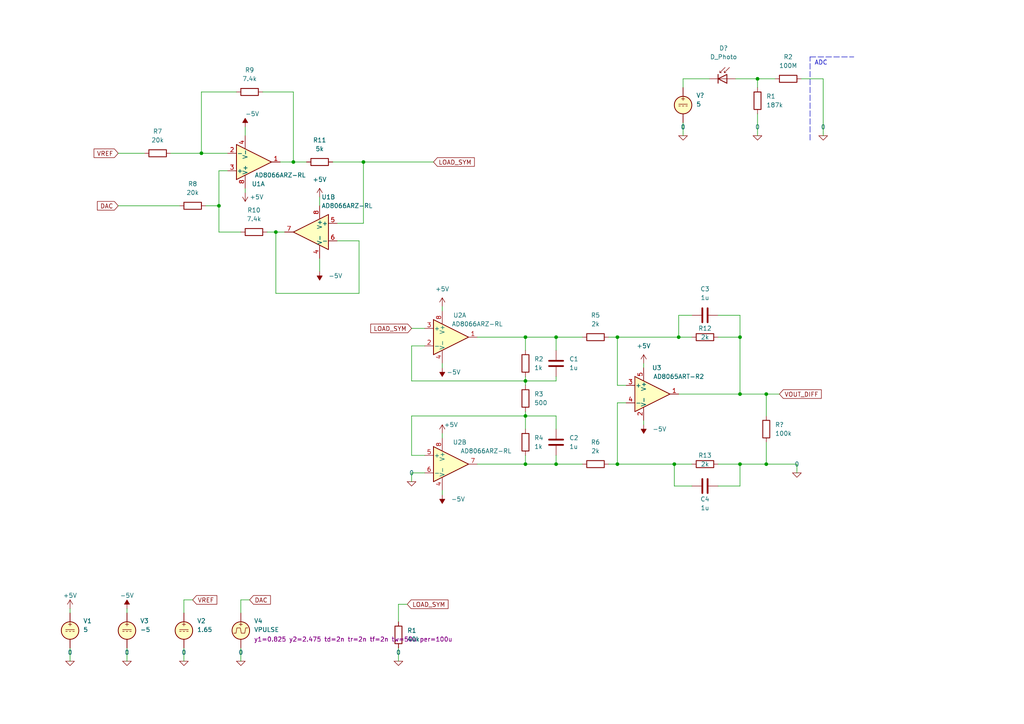
<source format=kicad_sch>
(kicad_sch (version 20211123) (generator eeschema)
  (paper "A4")
  (lib_symbols
    (symbol "Device:C" (pin_numbers hide) (pin_names (offset 0.254))
      (property "Reference" "C" (at 0.635 2.54 0))
      (property "Value" "C" (at 0.635 -2.54 0))
      (symbol "C_0_1"
        (polyline (pts (xy -2.032 -0.762) (xy 2.032 -0.762)) (stroke (width 0.508)))
        (polyline (pts (xy -2.032 0.762) (xy 2.032 0.762)) (stroke (width 0.508)))
      )
      (symbol "C_1_1"
        (pin passive line (at 0 3.81 270) (length 2.794) (name "~") (number "1"))
        (pin passive line (at 0 -3.81 90) (length 2.794) (name "~") (number "2"))
      )
    )
    (symbol "Device:D_Photo" (pin_numbers hide) (pin_names hide)
      (property "Reference" "D" (at 0.508 1.778 0))
      (property "Value" "D_Photo" (at -1.016 -2.794 0))
      (symbol "D_Photo_0_1"
        (polyline (pts (xy -2.54 1.27) (xy -2.54 -1.27)) (stroke (width 0.254)))
        (polyline (pts (xy -2.032 1.778) (xy -1.524 1.778)))
        (polyline (pts (xy 0 0) (xy -2.54 0)))
        (polyline (pts (xy -0.508 3.302) (xy -2.032 1.778) (xy -2.032 2.286)))
        (polyline (pts (xy 0 -1.27) (xy 0 1.27) (xy -2.54 0) (xy 0 -1.27)) (stroke (width 0.254)))
        (polyline (pts (xy 0.762 3.302) (xy -0.762 1.778) (xy -0.762 2.286) (xy -0.762 1.778) (xy -0.254 1.778)))
      )
      (symbol "D_Photo_1_1"
        (pin passive line (at -5.08 0 0) (length 2.54) (name "K") (number "1"))
        (pin passive line (at 2.54 0 180) (length 2.54) (name "A") (number "2"))
      )
    )
    (symbol "Device:R" (pin_numbers hide) (pin_names (offset 0))
      (property "Reference" "R" (at 2.032 0 90))
      (property "Value" "R" (at 0 0 90))
      (symbol "R_0_1"
        (rectangle (start -1.016 -2.54) (end 1.016 2.54) (stroke (width 0.254)))
      )
      (symbol "R_1_1"
        (pin passive line (at 0 3.81 270) (length 1.27) (name "~") (number "1"))
        (pin passive line (at 0 -3.81 90) (length 1.27) (name "~") (number "2"))
      )
    )
    (symbol "Project_lib:AD8065ART-R2" (pin_names (offset 0.127))
      (property "Reference" "U" (at 0.7494 10.16 0))
      (property "Value" "AD8065ART-R2" (at 0.7494 7.62 0))
      (symbol "AD8065ART-R2_0_0"
        (pin power_in line (at -1.27 -7.62 90) (length 3.81) (name "V-") (number "2"))
        (pin power_in line (at -1.27 7.62 270) (length 3.81) (name "V+") (number "5"))
      )
      (symbol "AD8065ART-R2_0_1"
        (polyline (pts (xy -3.81 5.08) (xy 6.35 0) (xy -3.81 -5.08) (xy -3.81 5.08)) (stroke (width 0.254)) (fill (type background)))
      )
      (symbol "AD8065ART-R2_1_0"
        (pin output line (at 8.89 0 180) (length 2.54) (name "~") (number "1"))
        (pin input line (at -6.35 2.54 0) (length 2.54) (name "+") (number "3"))
        (pin input line (at -6.35 -2.54 0) (length 2.54) (name "-") (number "4"))
      )
    )
    (symbol "Project_lib:AD8066ARZ-RL" (pin_names (offset 0.127))
      (property "Reference" "U" (at 0.7494 10.16 0))
      (property "Value" "AD8066ARZ-RL" (at 0.7494 7.62 0))
      (symbol "AD8066ARZ-RL_0_0"
        (pin power_in line (at -1.27 -7.62 90) (length 3.81) (name "V-") (number "4"))
        (pin power_in line (at -1.27 7.62 270) (length 3.81) (name "V+") (number "8"))
      )
      (symbol "AD8066ARZ-RL_0_1"
        (polyline (pts (xy -3.81 5.08) (xy 6.35 0) (xy -3.81 -5.08) (xy -3.81 5.08)) (stroke (width 0.254)) (fill (type background)))
      )
      (symbol "AD8066ARZ-RL_1_0"
        (pin output line (at 8.89 0 180) (length 2.54) (name "~") (number "1"))
        (pin input line (at -6.35 -2.54 0) (length 2.54) (name "-") (number "2"))
        (pin input line (at -6.35 2.54 0) (length 2.54) (name "+") (number "3"))
      )
      (symbol "AD8066ARZ-RL_2_0"
        (pin input line (at -6.35 2.54 0) (length 2.54) (name "+") (number "5"))
        (pin input line (at -6.35 -2.54 0) (length 2.54) (name "-") (number "6"))
        (pin output line (at 8.89 0 180) (length 2.54) (name "~") (number "7"))
      )
    )
    (symbol "Simulation_SPICE:VDC" (pin_numbers hide) (pin_names (offset 0.0254))
      (property "Reference" "V" (at 2.54 2.54 0))
      (property "Value" "VDC" (at 2.54 0 0))
      (property "Spice_Model" "dc(1)" (at 2.54 -2.54 0))
      (symbol "VDC_0_0"
        (polyline (pts (xy -1.27 0.254) (xy 1.27 0.254)))
        (polyline (pts (xy -0.762 -0.254) (xy -1.27 -0.254)))
        (polyline (pts (xy 0.254 -0.254) (xy -0.254 -0.254)))
        (polyline (pts (xy 1.27 -0.254) (xy 0.762 -0.254)))
        (text "+" (at 0 1.905 0) (effects (font (size 1.27 1.27))))
      )
      (symbol "VDC_0_1"
        (circle (center 0 0) (radius 2.54) (stroke (width 0.254)) (fill (type background)))
      )
      (symbol "VDC_1_1"
        (pin passive line (at 0 5.08 270) (length 2.54) (name "~") (number "1"))
        (pin passive line (at 0 -5.08 90) (length 2.54) (name "~") (number "2"))
      )
    )
    (symbol "Simulation_SPICE:VPULSE" (pin_numbers hide) (pin_names (offset 0.0254))
      (property "Reference" "V" (at 2.54 2.54 0))
      (property "Value" "VPULSE" (at 2.54 0 0))
      (property "Spice_Model" "pulse(0 1 2n 2n 2n 50n 100n)" (at 2.54 -2.54 0))
      (symbol "VPULSE_0_0"
        (polyline (pts (xy -2.032 -0.762) (xy -1.397 -0.762) (xy -1.143 0.762) (xy -0.127 0.762) (xy 0.127 -0.762) (xy 1.143 -0.762) (xy 1.397 0.762) (xy 2.032 0.762)))
        (text "+" (at 0 1.905 0) (effects (font (size 1.27 1.27))))
      )
      (symbol "VPULSE_0_1"
        (circle (center 0 0) (radius 2.54) (stroke (width 0.254)) (fill (type background)))
      )
      (symbol "VPULSE_1_1"
        (pin passive line (at 0 5.08 270) (length 2.54) (name "~") (number "1"))
        (pin passive line (at 0 -5.08 90) (length 2.54) (name "~") (number "2"))
      )
    )
    (symbol "power:+5V" (power) (pin_names (offset 0))
      (property "Value" "+5V" (at 0 3.556 0))
      (symbol "+5V_0_1"
        (polyline (pts (xy -0.762 1.27) (xy 0 2.54)))
        (polyline (pts (xy 0 0) (xy 0 2.54)))
        (polyline (pts (xy 0 2.54) (xy 0.762 1.27)))
      )
      (symbol "+5V_1_1"
        (pin power_in line (at 0 0 90) (length 0) hide (name "+5V") (number "1"))
      )
    )
    (symbol "power:-5V" (power) (pin_names (offset 0))
      (property "Value" "-5V" (at 0 3.81 0))
      (symbol "-5V_0_0"
        (pin power_in line (at 0 0 90) (length 0) hide (name "-5V") (number "1"))
      )
      (symbol "-5V_0_1"
        (polyline (pts (xy 0 0) (xy 0 1.27) (xy 0.762 1.27) (xy 0 2.54) (xy -0.762 1.27) (xy 0 1.27)) (fill (type outline)))
      )
    )
    (symbol "pspice:0" (power) (pin_names (offset 0))
      (property "Value" "0" (at 0 -1.778 0))
      (symbol "0_0_1"
        (polyline (pts (xy -1.27 0) (xy 0 -1.27) (xy 1.27 0) (xy -1.27 0)))
      )
      (symbol "0_1_1"
        (pin power_in line (at 0 0 0) (length 0) hide (name "0") (number "1"))
      )
    )
  )
  (junction (at 222.25 134.62))
  (junction (at 161.29 134.62))
  (junction (at 214.63 134.62))
  (junction (at 63.5 59.69))
  (junction (at 222.25 114.3))
  (junction (at 152.4 134.62))
  (junction (at 152.4 97.79))
  (junction (at 152.4 110.49))
  (junction (at 85.09 46.99))
  (junction (at 196.85 97.79))
  (junction (at 179.07 97.79))
  (junction (at 219.71 22.86))
  (junction (at 214.63 114.3))
  (junction (at 152.4 120.65))
  (junction (at 179.07 134.62))
  (junction (at 80.01 67.31))
  (junction (at 195.58 134.62))
  (junction (at 161.29 97.79))
  (junction (at 214.63 97.79))
  (junction (at 105.41 46.99))
  (junction (at 58.42 44.45))
  (wire (pts (xy 195.58 140.97) (xy 195.58 134.62)))
  (wire (pts (xy 186.69 105.41) (xy 186.69 106.68)))
  (wire (pts (xy 176.53 134.62) (xy 179.07 134.62)))
  (wire (pts (xy 119.38 137.16) (xy 119.38 139.7)))
  (wire (pts (xy 198.12 35.56) (xy 198.12 39.37)))
  (wire (pts (xy 179.07 116.84) (xy 181.61 116.84)))
  (wire (pts (xy 85.09 46.99) (xy 88.9 46.99)))
  (wire (pts (xy 63.5 49.53) (xy 63.5 59.69)))
  (wire (pts (xy 85.09 26.67) (xy 85.09 46.99)))
  (wire (pts (xy 179.07 134.62) (xy 195.58 134.62)))
  (wire (pts (xy 186.69 121.92) (xy 186.69 123.19)))
  (wire (pts (xy 128.27 125.73) (xy 128.27 127)))
  (wire (pts (xy 238.76 22.86) (xy 238.76 39.37)))
  (wire (pts (xy 80.01 67.31) (xy 82.55 67.31)))
  (wire (pts (xy 222.25 114.3) (xy 222.25 120.65)))
  (wire (pts (xy 222.25 134.62) (xy 214.63 134.62)))
  (wire (pts (xy 152.4 110.49) (xy 152.4 109.22)))
  (wire (pts (xy 119.38 95.25) (xy 123.19 95.25)))
  (wire (pts (xy 179.07 97.79) (xy 176.53 97.79)))
  (wire (pts (xy 63.5 59.69) (xy 63.5 67.31)))
  (wire (pts (xy 69.85 173.99) (xy 72.39 173.99)))
  (wire (pts (xy 198.12 22.86) (xy 205.74 22.86)))
  (wire (pts (xy 208.28 140.97) (xy 214.63 140.97)))
  (wire (pts (xy 76.2 26.67) (xy 85.09 26.67)))
  (wire (pts (xy 200.66 140.97) (xy 195.58 140.97)))
  (polyline (pts (xy 234.95 40.64) (xy 234.95 16.51)))
  (wire (pts (xy 214.63 91.44) (xy 214.63 97.79)))
  (polyline (pts (xy 234.95 16.51) (xy 247.65 16.51)))
  (wire (pts (xy 71.12 36.83) (xy 71.12 39.37)))
  (wire (pts (xy 92.71 57.15) (xy 92.71 59.69)))
  (wire (pts (xy 181.61 111.76) (xy 179.07 111.76)))
  (wire (pts (xy 34.29 59.69) (xy 52.07 59.69)))
  (wire (pts (xy 161.29 120.65) (xy 152.4 120.65)))
  (wire (pts (xy 36.83 187.96) (xy 36.83 191.77)))
  (wire (pts (xy 152.4 132.08) (xy 152.4 134.62)))
  (wire (pts (xy 123.19 132.08) (xy 119.38 132.08)))
  (wire (pts (xy 20.32 176.53) (xy 20.32 177.8)))
  (wire (pts (xy 96.52 46.99) (xy 105.41 46.99)))
  (wire (pts (xy 115.57 180.34) (xy 115.57 175.26)))
  (wire (pts (xy 36.83 176.53) (xy 36.83 177.8)))
  (wire (pts (xy 69.85 177.8) (xy 69.85 173.99)))
  (wire (pts (xy 161.29 132.08) (xy 161.29 134.62)))
  (wire (pts (xy 53.34 177.8) (xy 53.34 173.99)))
  (wire (pts (xy 97.79 69.85) (xy 104.14 69.85)))
  (wire (pts (xy 219.71 33.02) (xy 219.71 39.37)))
  (wire (pts (xy 214.63 114.3) (xy 222.25 114.3)))
  (wire (pts (xy 59.69 59.69) (xy 63.5 59.69)))
  (wire (pts (xy 161.29 134.62) (xy 152.4 134.62)))
  (wire (pts (xy 119.38 110.49) (xy 152.4 110.49)))
  (wire (pts (xy 179.07 134.62) (xy 179.07 116.84)))
  (wire (pts (xy 196.85 114.3) (xy 214.63 114.3)))
  (wire (pts (xy 219.71 22.86) (xy 224.79 22.86)))
  (wire (pts (xy 214.63 134.62) (xy 208.28 134.62)))
  (wire (pts (xy 58.42 26.67) (xy 58.42 44.45)))
  (wire (pts (xy 161.29 97.79) (xy 152.4 97.79)))
  (wire (pts (xy 196.85 91.44) (xy 196.85 97.79)))
  (wire (pts (xy 105.41 46.99) (xy 125.73 46.99)))
  (wire (pts (xy 152.4 110.49) (xy 152.4 111.76)))
  (wire (pts (xy 92.71 74.93) (xy 92.71 78.74)))
  (wire (pts (xy 58.42 44.45) (xy 66.04 44.45)))
  (wire (pts (xy 115.57 187.96) (xy 115.57 191.77)))
  (wire (pts (xy 34.29 44.45) (xy 41.91 44.45)))
  (wire (pts (xy 214.63 140.97) (xy 214.63 134.62)))
  (wire (pts (xy 231.14 137.16) (xy 231.14 134.62)))
  (wire (pts (xy 198.12 22.86) (xy 198.12 25.4)))
  (wire (pts (xy 20.32 187.96) (xy 20.32 191.77)))
  (wire (pts (xy 161.29 97.79) (xy 168.91 97.79)))
  (wire (pts (xy 161.29 101.6) (xy 161.29 97.79)))
  (wire (pts (xy 152.4 120.65) (xy 152.4 124.46)))
  (wire (pts (xy 161.29 110.49) (xy 152.4 110.49)))
  (wire (pts (xy 213.36 22.86) (xy 219.71 22.86)))
  (wire (pts (xy 119.38 120.65) (xy 152.4 120.65)))
  (wire (pts (xy 77.47 67.31) (xy 80.01 67.31)))
  (wire (pts (xy 68.58 26.67) (xy 58.42 26.67)))
  (wire (pts (xy 119.38 100.33) (xy 119.38 110.49)))
  (wire (pts (xy 69.85 187.96) (xy 69.85 191.77)))
  (wire (pts (xy 179.07 111.76) (xy 179.07 97.79)))
  (wire (pts (xy 53.34 187.96) (xy 53.34 191.77)))
  (wire (pts (xy 128.27 105.41) (xy 128.27 106.68)))
  (wire (pts (xy 222.25 114.3) (xy 226.06 114.3)))
  (wire (pts (xy 49.53 44.45) (xy 58.42 44.45)))
  (wire (pts (xy 128.27 88.9) (xy 128.27 90.17)))
  (wire (pts (xy 104.14 69.85) (xy 104.14 85.09)))
  (wire (pts (xy 115.57 175.26) (xy 118.11 175.26)))
  (wire (pts (xy 123.19 100.33) (xy 119.38 100.33)))
  (wire (pts (xy 123.19 137.16) (xy 119.38 137.16)))
  (wire (pts (xy 69.85 67.31) (xy 63.5 67.31)))
  (wire (pts (xy 152.4 101.6) (xy 152.4 97.79)))
  (wire (pts (xy 208.28 91.44) (xy 214.63 91.44)))
  (wire (pts (xy 119.38 132.08) (xy 119.38 120.65)))
  (wire (pts (xy 128.27 142.24) (xy 128.27 143.51)))
  (wire (pts (xy 97.79 64.77) (xy 105.41 64.77)))
  (wire (pts (xy 161.29 109.22) (xy 161.29 110.49)))
  (wire (pts (xy 200.66 91.44) (xy 196.85 91.44)))
  (wire (pts (xy 161.29 134.62) (xy 168.91 134.62)))
  (wire (pts (xy 152.4 134.62) (xy 138.43 134.62)))
  (wire (pts (xy 196.85 97.79) (xy 200.66 97.79)))
  (wire (pts (xy 105.41 46.99) (xy 105.41 64.77)))
  (wire (pts (xy 104.14 85.09) (xy 80.01 85.09)))
  (wire (pts (xy 222.25 128.27) (xy 222.25 134.62)))
  (wire (pts (xy 208.28 97.79) (xy 214.63 97.79)))
  (wire (pts (xy 152.4 97.79) (xy 138.43 97.79)))
  (wire (pts (xy 232.41 22.86) (xy 238.76 22.86)))
  (wire (pts (xy 63.5 49.53) (xy 66.04 49.53)))
  (wire (pts (xy 219.71 22.86) (xy 219.71 25.4)))
  (wire (pts (xy 81.28 46.99) (xy 85.09 46.99)))
  (wire (pts (xy 231.14 134.62) (xy 222.25 134.62)))
  (wire (pts (xy 161.29 124.46) (xy 161.29 120.65)))
  (wire (pts (xy 152.4 119.38) (xy 152.4 120.65)))
  (wire (pts (xy 80.01 67.31) (xy 80.01 85.09)))
  (wire (pts (xy 179.07 97.79) (xy 196.85 97.79)))
  (wire (pts (xy 214.63 97.79) (xy 214.63 114.3)))
  (wire (pts (xy 53.34 173.99) (xy 55.88 173.99)))
  (wire (pts (xy 195.58 134.62) (xy 200.66 134.62)))
  (wire (pts (xy 71.12 54.61) (xy 71.12 55.88)))
  (text "ADC" (at 236.22 19.05 0) (effects (font (size 1.27 1.27)) (justify left bottom)))
  (global_label "LOAD_SYM" (shape input) (at 125.73 46.99 0) (property "Intersheet References" "${INTERSHEET_REFS}" (effects hide)))
  (global_label "VOUT_DIFF" (shape input) (at 226.06 114.3 0) (property "Intersheet References" "${INTERSHEET_REFS}" (effects hide)))
  (global_label "DAC" (shape input) (at 72.39 173.99 0) (property "Intersheet References" "${INTERSHEET_REFS}" (effects hide)))
  (global_label "DAC" (shape input) (at 34.29 59.69 180) (property "Intersheet References" "${INTERSHEET_REFS}" (effects hide)))
  (global_label "LOAD_SYM" (shape input) (at 118.11 175.26 0) (property "Intersheet References" "${INTERSHEET_REFS}" (effects hide)))
  (global_label "VREF" (shape input) (at 34.29 44.45 180) (property "Intersheet References" "${INTERSHEET_REFS}" (effects hide)))
  (global_label "VREF" (shape input) (at 55.88 173.99 0) (property "Intersheet References" "${INTERSHEET_REFS}" (effects hide)))
  (global_label "LOAD_SYM" (shape input) (at 119.38 95.25 180) (property "Intersheet References" "${INTERSHEET_REFS}" (effects hide)))
  (symbol (lib_id "Project_lib:AD8066ARZ-RL") (at 72.39 46.99 0) (mirror x) (unit 1)
    (property "Reference" "U1" (at 74.93 53.34 0))
    (property "Value" "AD8066ARZ-RL" (at 81.28 50.8 0))
    (property "Footprint" "Project_PCB_library:SOIC127P599X175-8N" (effects hide))
    (property "Datasheet" "https://www.analog.com/media/en/technical-documentation/data-sheets/AD8065_8066.pdf" (effects hide))
    (property "MF" "Analog Devices" (effects hide))
    (property "PACKAGE" "SOIC-8" (effects hide))
    (property "DESCRIPTION" "OP Amp Dual Volt Fdbk R-R O/P ??12V/24V 8-Pin SOIC N Tube" (effects hide))
    (property "PRICE" "4.43 USD" (effects hide))
    (property "Spice_Primitive" "X" (effects hide))
    (property "Spice_Model" "AD8066d" (effects hide))
    (property "Spice_Netlist_Enabled" "Y" (effects hide))
    (property "Spice_Lib_File" "C:\\Users\\denis\\Documents\\GitHub\\AC_voltage_gen_with_current_limit\\demo\\SPICE_models\\AD8066-dual.lib" (effects hide))
  )
  (symbol (lib_id "power:-5V") (at 71.12 36.83 0) (unit 1)
    (property "Reference" "#PWR07" (effects hide))
    (property "Value" "-5V" (at 71.12 33.02 0) (effects (justify left)))
  )
  (symbol (lib_id "Device:R") (at 228.6 22.86 90) (unit 1)
    (property "Reference" "R2" (at 228.6 16.51 90))
    (property "Value" "100M" (at 228.6 19.05 90))
  )
  (symbol (lib_id "pspice:0") (at 115.57 191.77 0) (unit 1)
    (property "Reference" "#GND05" (effects hide))
    (property "Value" "0" (at 115.57 189.23 0))
  )
  (symbol (lib_id "pspice:0") (at 198.12 39.37 0) (unit 1)
    (property "Reference" "#GND?" (effects hide))
    (property "Value" "0" (at 198.12 36.83 0))
  )
  (symbol (lib_id "Device:R") (at 72.39 26.67 90) (unit 1)
    (property "Reference" "R9" (at 72.39 20.32 90))
    (property "Value" "7.4k" (at 72.39 22.86 90))
    (property "Footprint" "Resistor_SMD:R_0603_1608Metric" (effects hide))
  )
  (symbol (lib_id "Device:R") (at 172.72 134.62 270) (unit 1)
    (property "Reference" "R6" (at 172.72 128.27 90))
    (property "Value" "2k" (at 172.72 130.81 90))
    (property "Footprint" "Resistor_SMD:R_0603_1608Metric" (effects hide))
  )
  (symbol (lib_id "Simulation_SPICE:VDC") (at 36.83 182.88 0) (unit 1) (in_bom no) (on_board no)
    (property "Reference" "V3" (at 40.64 180.0906 0) (effects (justify left)))
    (property "Value" "VDC" (at 40.64 182.6306 0) (effects (justify left)))
    (property "Spice_Netlist_Enabled" "Y" (effects hide))
    (property "Spice_Primitive" "V" (effects hide))
    (property "Spice_Model" "dc(-5)" (at 40.64 185.1706 0) (effects (justify left)))
  )
  (symbol (lib_id "pspice:0") (at 238.76 39.37 0) (unit 1)
    (property "Reference" "#GND?" (effects hide))
    (property "Value" "0" (at 238.76 36.83 0))
  )
  (symbol (lib_id "Device:C") (at 161.29 105.41 0) (unit 1)
    (property "Reference" "C1" (at 165.1 104.1399 0) (effects (justify left)))
    (property "Value" "1u" (at 165.1 106.6799 0) (effects (justify left)))
  )
  (symbol (lib_id "Simulation_SPICE:VDC") (at 53.34 182.88 0) (unit 1) (in_bom no) (on_board no)
    (property "Reference" "V2" (at 57.15 180.0906 0) (effects (justify left)))
    (property "Value" "VDC" (at 57.15 182.6306 0) (effects (justify left)))
    (property "Spice_Netlist_Enabled" "Y" (effects hide))
    (property "Spice_Primitive" "V" (effects hide))
    (property "Spice_Model" "dc(1.65)" (at 57.15 185.1706 0) (effects (justify left)))
  )
  (symbol (lib_id "power:-5V") (at 128.27 106.68 180) (unit 1)
    (property "Reference" "#PWR04" (effects hide))
    (property "Value" "-5V" (at 129.54 107.95 0) (effects (justify right)))
  )
  (symbol (lib_id "pspice:0") (at 119.38 139.7 0) (unit 1)
    (property "Reference" "#GND06" (effects hide))
    (property "Value" "0" (at 119.38 137.16 0))
  )
  (symbol (lib_id "power:+5V") (at 20.32 176.53 0) (unit 1)
    (property "Reference" "#PWR01" (effects hide))
    (property "Value" "+5V" (at 20.32 172.72 0))
  )
  (symbol (lib_id "Device:R") (at 219.71 29.21 0) (unit 1)
    (property "Reference" "R1" (at 222.25 27.9399 0) (effects (justify left)))
    (property "Value" "187k" (at 222.25 30.4799 0) (effects (justify left)))
  )
  (symbol (lib_id "Simulation_SPICE:VDC") (at 198.12 30.48 0) (unit 1) (in_bom no) (on_board no)
    (property "Reference" "V?" (at 201.93 27.6906 0) (effects (justify left)))
    (property "Value" "VBIAS" (at 201.93 30.2306 0) (effects (justify left)))
    (property "Spice_Netlist_Enabled" "Y" (effects hide))
    (property "Spice_Primitive" "V" (effects hide))
    (property "Spice_Model" "dc(5)" (effects hide))
  )
  (symbol (lib_id "power:-5V") (at 128.27 143.51 180) (unit 1)
    (property "Reference" "#PWR06" (effects hide))
    (property "Value" "-5V" (at 130.81 144.7799 0) (effects (justify right)))
  )
  (symbol (lib_id "power:+5V") (at 92.71 57.15 0) (unit 1)
    (property "Reference" "#PWR09" (effects hide))
    (property "Value" "+5V" (at 92.71 52.07 0))
  )
  (symbol (lib_id "Simulation_SPICE:VPULSE") (at 69.85 182.88 0) (unit 1) (in_bom no) (on_board no)
    (property "Reference" "V4" (at 73.66 180.0906 0) (effects (justify left)))
    (property "Value" "VPULSE" (at 73.66 182.6306 0) (effects (justify left)))
    (property "Spice_Netlist_Enabled" "Y" (effects hide))
    (property "Spice_Primitive" "V" (effects hide))
    (property "Spice_Model" "pulse(0.825 2.475 2n 2n 2n 50u 100u)" (at 73.66 185.42 0) (effects (justify left)))
  )
  (symbol (lib_id "Device:C") (at 161.29 128.27 0) (unit 1)
    (property "Reference" "C2" (at 165.1 126.9999 0) (effects (justify left)))
    (property "Value" "1u" (at 165.1 129.5399 0) (effects (justify left)))
  )
  (symbol (lib_id "power:+5V") (at 128.27 88.9 0) (unit 1)
    (property "Reference" "#PWR03" (effects hide))
    (property "Value" "+5V" (at 128.27 83.82 0))
  )
  (symbol (lib_id "power:+5V") (at 71.12 55.88 180) (unit 1)
    (property "Reference" "#PWR08" (effects hide))
    (property "Value" "+5V" (at 72.39 57.15 0) (effects (justify right)))
  )
  (symbol (lib_id "Device:R") (at 172.72 97.79 270) (unit 1)
    (property "Reference" "R5" (at 172.72 91.44 90))
    (property "Value" "2k" (at 172.72 93.98 90))
    (property "Footprint" "Resistor_SMD:R_0603_1608Metric" (effects hide))
  )
  (symbol (lib_id "Project_lib:AD8066ARZ-RL") (at 129.54 134.62 0) (unit 2)
    (property "Reference" "U2" (at 133.35 128.27 0))
    (property "Value" "AD8066ARZ-RL" (at 140.97 130.81 0))
    (property "Footprint" "Project_PCB_library:SOIC127P599X175-8N" (effects hide))
    (property "Datasheet" "https://www.analog.com/media/en/technical-documentation/data-sheets/AD8065_8066.pdf" (effects hide))
    (property "MF" "Analog Devices" (effects hide))
    (property "PACKAGE" "SOIC-8" (effects hide))
    (property "DESCRIPTION" "OP Amp Dual Volt Fdbk R-R O/P ??12V/24V 8-Pin SOIC N Tube" (effects hide))
    (property "PRICE" "4.43 USD" (effects hide))
    (property "Spice_Primitive" "X" (effects hide))
    (property "Spice_Model" "AD8066d" (effects hide))
    (property "Spice_Netlist_Enabled" "Y" (effects hide))
    (property "Spice_Lib_File" "C:\\Users\\denis\\Documents\\GitHub\\AC_voltage_gen_with_current_limit\\demo\\SPICE_models\\AD8066-dual.lib" (effects hide))
  )
  (symbol (lib_id "pspice:0") (at 20.32 191.77 0) (unit 1)
    (property "Reference" "#GND01" (effects hide))
    (property "Value" "0" (at 20.32 189.23 0))
  )
  (symbol (lib_id "Device:R") (at 152.4 105.41 180) (unit 1)
    (property "Reference" "R2" (at 154.94 104.1399 0) (effects (justify right)))
    (property "Value" "1k" (at 154.94 106.6799 0) (effects (justify right)))
    (property "Footprint" "Resistor_SMD:R_0603_1608Metric" (effects hide))
  )
  (symbol (lib_id "Device:C") (at 204.47 91.44 90) (unit 1)
    (property "Reference" "C3" (at 204.47 83.82 90))
    (property "Value" "1u" (at 204.47 86.36 90))
  )
  (symbol (lib_id "power:+5V") (at 186.69 105.41 0) (unit 1)
    (property "Reference" "#PWR011" (effects hide))
    (property "Value" "+5V" (at 186.69 100.33 0))
  )
  (symbol (lib_id "Device:R") (at 222.25 124.46 180) (unit 1)
    (property "Reference" "R?" (at 224.79 123.1899 0) (effects (justify right)))
    (property "Value" "100k" (at 224.79 125.7299 0) (effects (justify right)))
    (property "Footprint" "Resistor_SMD:R_0603_1608Metric" (effects hide))
  )
  (symbol (lib_id "Project_lib:AD8065ART-R2") (at 187.96 114.3 0) (unit 1)
    (property "Reference" "U3" (at 190.5 106.68 0))
    (property "Value" "AD8065ART-R2" (at 196.85 109.22 0))
    (property "Footprint" "Project_PCB_library:SOT-23-5_HandSoldering" (effects hide))
    (property "Datasheet" "https://www.analog.com/media/en/technical-documentation/data-sheets/AD8065_8066.pdf" (effects hide))
    (property "MF" "Analog Devices" (effects hide))
    (property "Spice_Primitive" "X" (effects hide))
    (property "Spice_Model" "AD8066" (effects hide))
    (property "Spice_Netlist_Enabled" "Y" (effects hide))
    (property "Spice_Lib_File" "C:\\Users\\denis\\Documents\\GitHub\\AC_voltage_gen_with_current_limit\\demo\\SPICE_models\\AD8066.lib" (effects hide))
    (property "Spice_Node_Sequence" "3,4,5,2,1" (effects hide))
  )
  (symbol (lib_id "Device:R") (at 152.4 115.57 180) (unit 1)
    (property "Reference" "R3" (at 154.94 114.2999 0) (effects (justify right)))
    (property "Value" "500" (at 154.94 116.8399 0) (effects (justify right)))
    (property "Footprint" "Resistor_SMD:R_0603_1608Metric" (effects hide))
  )
  (symbol (lib_id "pspice:0") (at 69.85 191.77 0) (unit 1)
    (property "Reference" "#GND04" (effects hide))
    (property "Value" "0" (at 69.85 189.23 0))
  )
  (symbol (lib_id "Device:R") (at 73.66 67.31 90) (unit 1)
    (property "Reference" "R10" (at 73.66 60.96 90))
    (property "Value" "7.4k" (at 73.66 63.5 90))
    (property "Footprint" "Resistor_SMD:R_0603_1608Metric" (effects hide))
  )
  (symbol (lib_id "Device:R") (at 204.47 134.62 270) (unit 1)
    (property "Reference" "R13" (at 204.47 132.08 90))
    (property "Value" "2k" (at 204.47 134.62 90))
    (property "Footprint" "Resistor_SMD:R_0603_1608Metric" (effects hide))
  )
  (symbol (lib_id "Device:R") (at 45.72 44.45 90) (unit 1)
    (property "Reference" "R7" (at 45.72 38.1 90))
    (property "Value" "20k" (at 45.72 40.64 90))
    (property "Footprint" "Resistor_SMD:R_0603_1608Metric" (effects hide))
  )
  (symbol (lib_id "Device:D_Photo") (at 210.82 22.86 0) (unit 1)
    (property "Reference" "D?" (at 209.8675 13.97 0))
    (property "Value" "D_Photo" (at 209.8675 16.51 0))
  )
  (symbol (lib_id "Device:C") (at 204.47 140.97 90) (unit 1)
    (property "Reference" "C4" (at 204.47 144.78 90))
    (property "Value" "1u" (at 204.47 147.32 90))
  )
  (symbol (lib_id "Simulation_SPICE:VDC") (at 20.32 182.88 0) (unit 1) (in_bom no) (on_board no)
    (property "Reference" "V1" (at 24.13 180.0906 0) (effects (justify left)))
    (property "Value" "VDC" (at 24.13 182.6306 0) (effects (justify left)))
    (property "Spice_Netlist_Enabled" "Y" (effects hide))
    (property "Spice_Primitive" "V" (effects hide))
    (property "Spice_Model" "dc(5)" (at 24.13 185.1706 0) (effects (justify left)))
  )
  (symbol (lib_id "power:-5V") (at 186.69 123.19 180) (unit 1)
    (property "Reference" "#PWR012" (effects hide))
    (property "Value" "-5V" (at 189.23 124.4599 0) (effects (justify right)))
  )
  (symbol (lib_id "Project_lib:AD8066ARZ-RL") (at 91.44 67.31 0) (mirror y) (unit 2)
    (property "Reference" "U1" (at 93.2306 57.15 0) (effects (justify right)))
    (property "Value" "AD8066ARZ-RL" (at 93.2306 59.69 0) (effects (justify right)))
    (property "Footprint" "Project_PCB_library:SOIC127P599X175-8N" (effects hide))
    (property "Datasheet" "https://www.analog.com/media/en/technical-documentation/data-sheets/AD8065_8066.pdf" (effects hide))
    (property "MF" "Analog Devices" (effects hide))
    (property "PACKAGE" "SOIC-8" (effects hide))
    (property "DESCRIPTION" "OP Amp Dual Volt Fdbk R-R O/P ??12V/24V 8-Pin SOIC N Tube" (effects hide))
    (property "PRICE" "4.43 USD" (effects hide))
    (property "Spice_Primitive" "X" (effects hide))
    (property "Spice_Model" "AD8066d" (effects hide))
    (property "Spice_Netlist_Enabled" "Y" (effects hide))
    (property "Spice_Lib_File" "C:\\Users\\denis\\Documents\\GitHub\\AC_voltage_gen_with_current_limit\\demo\\SPICE_models\\AD8066-dual.lib" (effects hide))
  )
  (symbol (lib_id "Device:R") (at 152.4 128.27 180) (unit 1)
    (property "Reference" "R4" (at 154.94 126.9999 0) (effects (justify right)))
    (property "Value" "1k" (at 154.94 129.5399 0) (effects (justify right)))
    (property "Footprint" "Resistor_SMD:R_0603_1608Metric" (effects hide))
  )
  (symbol (lib_id "power:+5V") (at 128.27 125.73 0) (unit 1)
    (property "Reference" "#PWR05" (effects hide))
    (property "Value" "+5V" (at 130.81 123.19 0))
  )
  (symbol (lib_id "power:-5V") (at 92.71 78.74 180) (unit 1)
    (property "Reference" "#PWR010" (effects hide))
    (property "Value" "-5V" (at 95.25 80.0099 0) (effects (justify right)))
  )
  (symbol (lib_id "pspice:0") (at 53.34 191.77 0) (unit 1)
    (property "Reference" "#GND02" (effects hide))
    (property "Value" "0" (at 53.34 189.23 0))
  )
  (symbol (lib_id "Device:R") (at 92.71 46.99 90) (unit 1)
    (property "Reference" "R11" (at 92.71 40.64 90))
    (property "Value" "5k" (at 92.71 43.18 90))
    (property "Footprint" "Resistor_SMD:R_0603_1608Metric" (effects hide))
  )
  (symbol (lib_id "power:-5V") (at 36.83 176.53 0) (unit 1)
    (property "Reference" "#PWR02" (effects hide))
    (property "Value" "-5V" (at 36.83 172.72 0))
  )
  (symbol (lib_id "Device:R") (at 204.47 97.79 90) (unit 1)
    (property "Reference" "R12" (at 204.47 95.25 90))
    (property "Value" "2k" (at 204.47 97.79 90))
    (property "Footprint" "Resistor_SMD:R_0603_1608Metric" (effects hide))
  )
  (symbol (lib_id "pspice:0") (at 231.14 137.16 0) (unit 1)
    (property "Reference" "#GND07" (effects hide))
    (property "Value" "0" (at 231.14 134.62 0))
  )
  (symbol (lib_id "pspice:0") (at 219.71 39.37 0) (unit 1)
    (property "Reference" "#GND?" (effects hide))
    (property "Value" "0" (at 219.71 36.83 0))
  )
  (symbol (lib_id "Device:R") (at 115.57 184.15 180) (unit 1) (in_bom no) (on_board no)
    (property "Reference" "R1" (at 118.11 182.8799 0) (effects (justify right)))
    (property "Value" "40k" (at 118.11 185.4199 0) (effects (justify right)))
    (property "Footprint" "Resistor_SMD:R_0603_1608Metric" (effects hide))
  )
  (symbol (lib_id "Project_lib:AD8066ARZ-RL") (at 129.54 97.79 0) (unit 1)
    (property "Reference" "U2" (at 133.35 91.44 0))
    (property "Value" "AD8066ARZ-RL" (at 138.43 93.98 0))
    (property "Footprint" "Project_PCB_library:SOIC127P599X175-8N" (effects hide))
    (property "Datasheet" "https://www.analog.com/media/en/technical-documentation/data-sheets/AD8065_8066.pdf" (effects hide))
    (property "MF" "Analog Devices" (effects hide))
    (property "PACKAGE" "SOIC-8" (effects hide))
    (property "DESCRIPTION" "OP Amp Dual Volt Fdbk R-R O/P ??12V/24V 8-Pin SOIC N Tube" (effects hide))
    (property "PRICE" "4.43 USD" (effects hide))
    (property "Spice_Primitive" "X" (effects hide))
    (property "Spice_Model" "AD8066d" (effects hide))
    (property "Spice_Netlist_Enabled" "Y" (effects hide))
    (property "Spice_Lib_File" "C:\\Users\\denis\\Documents\\GitHub\\AC_voltage_gen_with_current_limit\\demo\\SPICE_models\\AD8066-dual.lib" (effects hide))
  )
  (symbol (lib_id "Device:R") (at 55.88 59.69 90) (unit 1)
    (property "Reference" "R8" (at 55.88 53.34 90))
    (property "Value" "20k" (at 55.88 55.88 90))
    (property "Footprint" "Resistor_SMD:R_0603_1608Metric" (effects hide))
  )
  (symbol (lib_id "pspice:0") (at 36.83 191.77 0) (unit 1)
    (property "Reference" "#GND03" (effects hide))
    (property "Value" "0" (at 36.83 189.23 0))
  )
)
</source>
